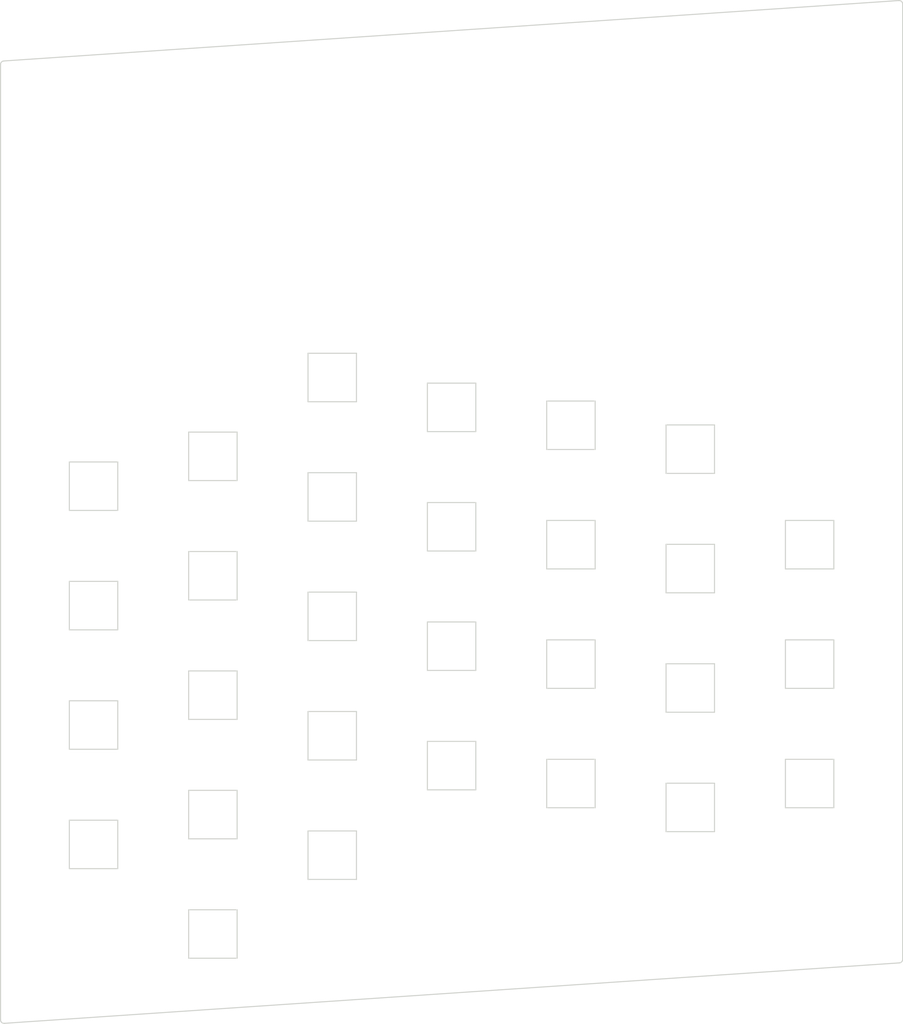
<source format=kicad_pcb>


(kicad_pcb
  (version 20240108)
  (generator "ergogen")
  (generator_version "4.1.0")
  (general
    (thickness 1.6)
    (legacy_teardrops no)
  )
  (paper "A3")
  (title_block
    (title "plate_left")
    (date "2025-06-25")
    (rev "v0.2")
    (company "Happily-Coding")
  )

  (layers
    (0 "F.Cu" signal)
    (31 "B.Cu" signal)
    (32 "B.Adhes" user "B.Adhesive")
    (33 "F.Adhes" user "F.Adhesive")
    (34 "B.Paste" user)
    (35 "F.Paste" user)
    (36 "B.SilkS" user "B.Silkscreen")
    (37 "F.SilkS" user "F.Silkscreen")
    (38 "B.Mask" user)
    (39 "F.Mask" user)
    (40 "Dwgs.User" user "User.Drawings")
    (41 "Cmts.User" user "User.Comments")
    (42 "Eco1.User" user "User.Eco1")
    (43 "Eco2.User" user "User.Eco2")
    (44 "Edge.Cuts" user)
    (45 "Margin" user)
    (46 "B.CrtYd" user "B.Courtyard")
    (47 "F.CrtYd" user "F.Courtyard")
    (48 "B.Fab" user)
    (49 "F.Fab" user)
  )

  (setup
    (pad_to_mask_clearance 0.05)
    (allow_soldermask_bridges_in_footprints no)
    (pcbplotparams
      (layerselection 0x00010fc_ffffffff)
      (plot_on_all_layers_selection 0x0000000_00000000)
      (disableapertmacros no)
      (usegerberextensions no)
      (usegerberattributes yes)
      (usegerberadvancedattributes yes)
      (creategerberjobfile yes)
      (dashed_line_dash_ratio 12.000000)
      (dashed_line_gap_ratio 3.000000)
      (svgprecision 4)
      (plotframeref no)
      (viasonmask no)
      (mode 1)
      (useauxorigin no)
      (hpglpennumber 1)
      (hpglpenspeed 20)
      (hpglpendiameter 15.000000)
      (pdf_front_fp_property_popups yes)
      (pdf_back_fp_property_popups yes)
      (dxfpolygonmode yes)
      (dxfimperialunits yes)
      (dxfusepcbnewfont yes)
      (psnegative no)
      (psa4output no)
      (plotreference yes)
      (plotvalue yes)
      (plotfptext yes)
      (plotinvisibletext no)
      (sketchpadsonfab no)
      (subtractmaskfromsilk no)
      (outputformat 1)
      (mirror no)
      (drillshape 1)
      (scaleselection 1)
      (outputdirectory "")
    )
  )

  (net 0 "")

  
  (gr_line (start 21.75 107.9651277979533) (end 21.75 -28.03259861507393) (layer Edge.Cuts) (stroke (width 0.15) (type default)))
(gr_line (start 22.216341099999998 -28.53146441507393) (end 149.71634110000002 -37.133993597953314) (layer Edge.Cuts) (stroke (width 0.15) (type default)))
(gr_line (start 150.25 -36.6351277979533) (end 150.25 99.36259861507392) (layer Edge.Cuts) (stroke (width 0.15) (type default)))
(gr_line (start 149.7836589 99.86146441507393) (end 22.2836589 108.4639935979533) (layer Edge.Cuts) (stroke (width 0.15) (type default)))
(gr_arc (start 22.2163411 -28.53146441507393) (mid 21.8847402 -28.37404451507393) (end 21.75 -28.03259861507393) (layer Edge.Cuts) (stroke (width 0.15) (type default)))
(gr_arc (start 150.25 -36.6351277979533) (mid 150.0914459 -37.0003875979533) (end 149.7163411 -37.1339935979533) (layer Edge.Cuts) (stroke (width 0.15) (type default)))
(gr_arc (start 149.7836589 99.86146441507393) (mid 150.1152598 99.70404451507392) (end 150.25 99.36259861507392) (layer Edge.Cuts) (stroke (width 0.15) (type default)))
(gr_arc (start 21.75 107.9651277979533) (mid 21.9085541 108.3303875979533) (end 22.2836589 108.4639935979533) (layer Edge.Cuts) (stroke (width 0.15) (type default)))
(gr_line (start 31.55 86.45) (end 38.45 86.45) (layer Edge.Cuts) (stroke (width 0.15) (type default)))
(gr_line (start 38.45 86.45) (end 38.45 79.55) (layer Edge.Cuts) (stroke (width 0.15) (type default)))
(gr_line (start 38.45 79.55) (end 31.55 79.55) (layer Edge.Cuts) (stroke (width 0.15) (type default)))
(gr_line (start 31.55 79.55) (end 31.55 86.45) (layer Edge.Cuts) (stroke (width 0.15) (type default)))
(gr_line (start 31.55 69.45) (end 38.45 69.45) (layer Edge.Cuts) (stroke (width 0.15) (type default)))
(gr_line (start 38.45 69.45) (end 38.45 62.550000000000004) (layer Edge.Cuts) (stroke (width 0.15) (type default)))
(gr_line (start 38.45 62.550000000000004) (end 31.55 62.550000000000004) (layer Edge.Cuts) (stroke (width 0.15) (type default)))
(gr_line (start 31.55 62.550000000000004) (end 31.55 69.45) (layer Edge.Cuts) (stroke (width 0.15) (type default)))
(gr_line (start 31.55 52.45) (end 38.45 52.45) (layer Edge.Cuts) (stroke (width 0.15) (type default)))
(gr_line (start 38.45 52.45) (end 38.45 45.550000000000004) (layer Edge.Cuts) (stroke (width 0.15) (type default)))
(gr_line (start 38.45 45.550000000000004) (end 31.55 45.550000000000004) (layer Edge.Cuts) (stroke (width 0.15) (type default)))
(gr_line (start 31.55 45.550000000000004) (end 31.55 52.45) (layer Edge.Cuts) (stroke (width 0.15) (type default)))
(gr_line (start 31.55 35.45) (end 38.45 35.45) (layer Edge.Cuts) (stroke (width 0.15) (type default)))
(gr_line (start 38.45 35.45) (end 38.45 28.550000000000004) (layer Edge.Cuts) (stroke (width 0.15) (type default)))
(gr_line (start 38.45 28.550000000000004) (end 31.55 28.550000000000004) (layer Edge.Cuts) (stroke (width 0.15) (type default)))
(gr_line (start 31.55 28.550000000000004) (end 31.55 35.45) (layer Edge.Cuts) (stroke (width 0.15) (type default)))
(gr_line (start 48.55 99.2) (end 55.449999999999996 99.2) (layer Edge.Cuts) (stroke (width 0.15) (type default)))
(gr_line (start 55.449999999999996 99.2) (end 55.449999999999996 92.3) (layer Edge.Cuts) (stroke (width 0.15) (type default)))
(gr_line (start 55.449999999999996 92.3) (end 48.55 92.3) (layer Edge.Cuts) (stroke (width 0.15) (type default)))
(gr_line (start 48.55 92.3) (end 48.55 99.2) (layer Edge.Cuts) (stroke (width 0.15) (type default)))
(gr_line (start 48.55 82.2) (end 55.449999999999996 82.2) (layer Edge.Cuts) (stroke (width 0.15) (type default)))
(gr_line (start 55.449999999999996 82.2) (end 55.449999999999996 75.3) (layer Edge.Cuts) (stroke (width 0.15) (type default)))
(gr_line (start 55.449999999999996 75.3) (end 48.55 75.3) (layer Edge.Cuts) (stroke (width 0.15) (type default)))
(gr_line (start 48.55 75.3) (end 48.55 82.2) (layer Edge.Cuts) (stroke (width 0.15) (type default)))
(gr_line (start 48.55 65.2) (end 55.449999999999996 65.2) (layer Edge.Cuts) (stroke (width 0.15) (type default)))
(gr_line (start 55.449999999999996 65.2) (end 55.449999999999996 58.300000000000004) (layer Edge.Cuts) (stroke (width 0.15) (type default)))
(gr_line (start 55.449999999999996 58.300000000000004) (end 48.55 58.300000000000004) (layer Edge.Cuts) (stroke (width 0.15) (type default)))
(gr_line (start 48.55 58.300000000000004) (end 48.55 65.2) (layer Edge.Cuts) (stroke (width 0.15) (type default)))
(gr_line (start 48.55 48.2) (end 55.449999999999996 48.2) (layer Edge.Cuts) (stroke (width 0.15) (type default)))
(gr_line (start 55.449999999999996 48.2) (end 55.449999999999996 41.300000000000004) (layer Edge.Cuts) (stroke (width 0.15) (type default)))
(gr_line (start 55.449999999999996 41.300000000000004) (end 48.55 41.300000000000004) (layer Edge.Cuts) (stroke (width 0.15) (type default)))
(gr_line (start 48.55 41.300000000000004) (end 48.55 48.2) (layer Edge.Cuts) (stroke (width 0.15) (type default)))
(gr_line (start 48.55 31.2) (end 55.449999999999996 31.2) (layer Edge.Cuts) (stroke (width 0.15) (type default)))
(gr_line (start 55.449999999999996 31.2) (end 55.449999999999996 24.299999999999997) (layer Edge.Cuts) (stroke (width 0.15) (type default)))
(gr_line (start 55.449999999999996 24.299999999999997) (end 48.55 24.299999999999997) (layer Edge.Cuts) (stroke (width 0.15) (type default)))
(gr_line (start 48.55 24.299999999999997) (end 48.55 31.2) (layer Edge.Cuts) (stroke (width 0.15) (type default)))
(gr_line (start 65.55 87.98) (end 72.45 87.98) (layer Edge.Cuts) (stroke (width 0.15) (type default)))
(gr_line (start 72.45 87.98) (end 72.45 81.08) (layer Edge.Cuts) (stroke (width 0.15) (type default)))
(gr_line (start 72.45 81.08) (end 65.55 81.08) (layer Edge.Cuts) (stroke (width 0.15) (type default)))
(gr_line (start 65.55 81.08) (end 65.55 87.98) (layer Edge.Cuts) (stroke (width 0.15) (type default)))
(gr_line (start 65.55 70.98) (end 72.45 70.98) (layer Edge.Cuts) (stroke (width 0.15) (type default)))
(gr_line (start 72.45 70.98) (end 72.45 64.08) (layer Edge.Cuts) (stroke (width 0.15) (type default)))
(gr_line (start 72.45 64.08) (end 65.55 64.08) (layer Edge.Cuts) (stroke (width 0.15) (type default)))
(gr_line (start 65.55 64.08) (end 65.55 70.98) (layer Edge.Cuts) (stroke (width 0.15) (type default)))
(gr_line (start 65.55 53.980000000000004) (end 72.45 53.980000000000004) (layer Edge.Cuts) (stroke (width 0.15) (type default)))
(gr_line (start 72.45 53.980000000000004) (end 72.45 47.080000000000005) (layer Edge.Cuts) (stroke (width 0.15) (type default)))
(gr_line (start 72.45 47.080000000000005) (end 65.55 47.080000000000005) (layer Edge.Cuts) (stroke (width 0.15) (type default)))
(gr_line (start 65.55 47.080000000000005) (end 65.55 53.980000000000004) (layer Edge.Cuts) (stroke (width 0.15) (type default)))
(gr_line (start 65.55 36.980000000000004) (end 72.45 36.980000000000004) (layer Edge.Cuts) (stroke (width 0.15) (type default)))
(gr_line (start 72.45 36.980000000000004) (end 72.45 30.080000000000005) (layer Edge.Cuts) (stroke (width 0.15) (type default)))
(gr_line (start 72.45 30.080000000000005) (end 65.55 30.080000000000005) (layer Edge.Cuts) (stroke (width 0.15) (type default)))
(gr_line (start 65.55 30.080000000000005) (end 65.55 36.980000000000004) (layer Edge.Cuts) (stroke (width 0.15) (type default)))
(gr_line (start 65.55 19.98) (end 72.45 19.98) (layer Edge.Cuts) (stroke (width 0.15) (type default)))
(gr_line (start 72.45 19.98) (end 72.45 13.08) (layer Edge.Cuts) (stroke (width 0.15) (type default)))
(gr_line (start 72.45 13.08) (end 65.55 13.08) (layer Edge.Cuts) (stroke (width 0.15) (type default)))
(gr_line (start 65.55 13.08) (end 65.55 19.98) (layer Edge.Cuts) (stroke (width 0.15) (type default)))
(gr_line (start 82.55 75.23) (end 89.45 75.23) (layer Edge.Cuts) (stroke (width 0.15) (type default)))
(gr_line (start 89.45 75.23) (end 89.45 68.33) (layer Edge.Cuts) (stroke (width 0.15) (type default)))
(gr_line (start 89.45 68.33) (end 82.55 68.33) (layer Edge.Cuts) (stroke (width 0.15) (type default)))
(gr_line (start 82.55 68.33) (end 82.55 75.23) (layer Edge.Cuts) (stroke (width 0.15) (type default)))
(gr_line (start 82.55 58.230000000000004) (end 89.45 58.230000000000004) (layer Edge.Cuts) (stroke (width 0.15) (type default)))
(gr_line (start 89.45 58.230000000000004) (end 89.45 51.330000000000005) (layer Edge.Cuts) (stroke (width 0.15) (type default)))
(gr_line (start 89.45 51.330000000000005) (end 82.55 51.330000000000005) (layer Edge.Cuts) (stroke (width 0.15) (type default)))
(gr_line (start 82.55 51.330000000000005) (end 82.55 58.230000000000004) (layer Edge.Cuts) (stroke (width 0.15) (type default)))
(gr_line (start 82.55 41.230000000000004) (end 89.45 41.230000000000004) (layer Edge.Cuts) (stroke (width 0.15) (type default)))
(gr_line (start 89.45 41.230000000000004) (end 89.45 34.330000000000005) (layer Edge.Cuts) (stroke (width 0.15) (type default)))
(gr_line (start 89.45 34.330000000000005) (end 82.55 34.330000000000005) (layer Edge.Cuts) (stroke (width 0.15) (type default)))
(gr_line (start 82.55 34.330000000000005) (end 82.55 41.230000000000004) (layer Edge.Cuts) (stroke (width 0.15) (type default)))
(gr_line (start 82.55 24.23) (end 89.45 24.23) (layer Edge.Cuts) (stroke (width 0.15) (type default)))
(gr_line (start 89.45 24.23) (end 89.45 17.33) (layer Edge.Cuts) (stroke (width 0.15) (type default)))
(gr_line (start 89.45 17.33) (end 82.55 17.33) (layer Edge.Cuts) (stroke (width 0.15) (type default)))
(gr_line (start 82.55 17.33) (end 82.55 24.23) (layer Edge.Cuts) (stroke (width 0.15) (type default)))
(gr_line (start 99.55 77.78) (end 106.45 77.78) (layer Edge.Cuts) (stroke (width 0.15) (type default)))
(gr_line (start 106.45 77.78) (end 106.45 70.88) (layer Edge.Cuts) (stroke (width 0.15) (type default)))
(gr_line (start 106.45 70.88) (end 99.55 70.88) (layer Edge.Cuts) (stroke (width 0.15) (type default)))
(gr_line (start 99.55 70.88) (end 99.55 77.78) (layer Edge.Cuts) (stroke (width 0.15) (type default)))
(gr_line (start 99.55 60.78) (end 106.45 60.78) (layer Edge.Cuts) (stroke (width 0.15) (type default)))
(gr_line (start 106.45 60.78) (end 106.45 53.88) (layer Edge.Cuts) (stroke (width 0.15) (type default)))
(gr_line (start 106.45 53.88) (end 99.55 53.88) (layer Edge.Cuts) (stroke (width 0.15) (type default)))
(gr_line (start 99.55 53.88) (end 99.55 60.78) (layer Edge.Cuts) (stroke (width 0.15) (type default)))
(gr_line (start 99.55 43.78) (end 106.45 43.78) (layer Edge.Cuts) (stroke (width 0.15) (type default)))
(gr_line (start 106.45 43.78) (end 106.45 36.88) (layer Edge.Cuts) (stroke (width 0.15) (type default)))
(gr_line (start 106.45 36.88) (end 99.55 36.88) (layer Edge.Cuts) (stroke (width 0.15) (type default)))
(gr_line (start 99.55 36.88) (end 99.55 43.78) (layer Edge.Cuts) (stroke (width 0.15) (type default)))
(gr_line (start 99.55 26.779999999999998) (end 106.45 26.779999999999998) (layer Edge.Cuts) (stroke (width 0.15) (type default)))
(gr_line (start 106.45 26.779999999999998) (end 106.45 19.879999999999995) (layer Edge.Cuts) (stroke (width 0.15) (type default)))
(gr_line (start 106.45 19.879999999999995) (end 99.55 19.879999999999995) (layer Edge.Cuts) (stroke (width 0.15) (type default)))
(gr_line (start 99.55 19.879999999999995) (end 99.55 26.779999999999998) (layer Edge.Cuts) (stroke (width 0.15) (type default)))
(gr_line (start 116.55 81.18) (end 123.45 81.18) (layer Edge.Cuts) (stroke (width 0.15) (type default)))
(gr_line (start 123.45 81.18) (end 123.45 74.28) (layer Edge.Cuts) (stroke (width 0.15) (type default)))
(gr_line (start 123.45 74.28) (end 116.55 74.28) (layer Edge.Cuts) (stroke (width 0.15) (type default)))
(gr_line (start 116.55 74.28) (end 116.55 81.18) (layer Edge.Cuts) (stroke (width 0.15) (type default)))
(gr_line (start 116.55 64.18) (end 123.45 64.18) (layer Edge.Cuts) (stroke (width 0.15) (type default)))
(gr_line (start 123.45 64.18) (end 123.45 57.28000000000001) (layer Edge.Cuts) (stroke (width 0.15) (type default)))
(gr_line (start 123.45 57.28000000000001) (end 116.55 57.28000000000001) (layer Edge.Cuts) (stroke (width 0.15) (type default)))
(gr_line (start 116.55 57.28000000000001) (end 116.55 64.18) (layer Edge.Cuts) (stroke (width 0.15) (type default)))
(gr_line (start 116.55 47.18000000000001) (end 123.45 47.18000000000001) (layer Edge.Cuts) (stroke (width 0.15) (type default)))
(gr_line (start 123.45 47.18000000000001) (end 123.45 40.28000000000001) (layer Edge.Cuts) (stroke (width 0.15) (type default)))
(gr_line (start 123.45 40.28000000000001) (end 116.55 40.28000000000001) (layer Edge.Cuts) (stroke (width 0.15) (type default)))
(gr_line (start 116.55 40.28000000000001) (end 116.55 47.18000000000001) (layer Edge.Cuts) (stroke (width 0.15) (type default)))
(gr_line (start 116.55 30.180000000000003) (end 123.45 30.180000000000003) (layer Edge.Cuts) (stroke (width 0.15) (type default)))
(gr_line (start 123.45 30.180000000000003) (end 123.45 23.28) (layer Edge.Cuts) (stroke (width 0.15) (type default)))
(gr_line (start 123.45 23.28) (end 116.55 23.28) (layer Edge.Cuts) (stroke (width 0.15) (type default)))
(gr_line (start 116.55 23.28) (end 116.55 30.180000000000003) (layer Edge.Cuts) (stroke (width 0.15) (type default)))
(gr_line (start 133.55 77.78) (end 140.45000000000002 77.78) (layer Edge.Cuts) (stroke (width 0.15) (type default)))
(gr_line (start 140.45000000000002 77.78) (end 140.45000000000002 70.88) (layer Edge.Cuts) (stroke (width 0.15) (type default)))
(gr_line (start 140.45000000000002 70.88) (end 133.55 70.88) (layer Edge.Cuts) (stroke (width 0.15) (type default)))
(gr_line (start 133.55 70.88) (end 133.55 77.78) (layer Edge.Cuts) (stroke (width 0.15) (type default)))
(gr_line (start 133.55 60.78) (end 140.45000000000002 60.78) (layer Edge.Cuts) (stroke (width 0.15) (type default)))
(gr_line (start 140.45000000000002 60.78) (end 140.45000000000002 53.88) (layer Edge.Cuts) (stroke (width 0.15) (type default)))
(gr_line (start 140.45000000000002 53.88) (end 133.55 53.88) (layer Edge.Cuts) (stroke (width 0.15) (type default)))
(gr_line (start 133.55 53.88) (end 133.55 60.78) (layer Edge.Cuts) (stroke (width 0.15) (type default)))
(gr_line (start 133.55 43.78) (end 140.45000000000002 43.78) (layer Edge.Cuts) (stroke (width 0.15) (type default)))
(gr_line (start 140.45000000000002 43.78) (end 140.45000000000002 36.88) (layer Edge.Cuts) (stroke (width 0.15) (type default)))
(gr_line (start 140.45000000000002 36.88) (end 133.55 36.88) (layer Edge.Cuts) (stroke (width 0.15) (type default)))
(gr_line (start 133.55 36.88) (end 133.55 43.78) (layer Edge.Cuts) (stroke (width 0.15) (type default)))

)


</source>
